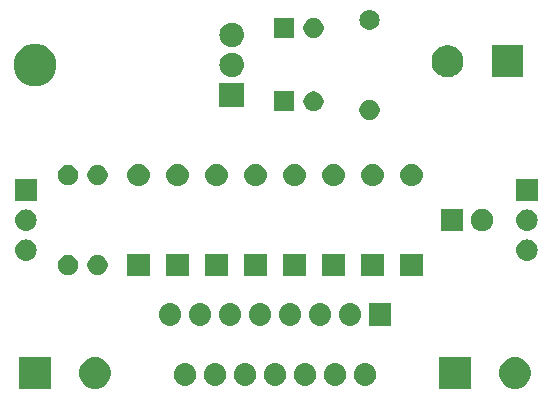
<source format=gbr>
G04 #@! TF.GenerationSoftware,KiCad,Pcbnew,(5.0.2)-1*
G04 #@! TF.CreationDate,2020-05-10T23:04:12+05:30*
G04 #@! TF.ProjectId,L298 Module,4c323938-204d-46f6-9475-6c652e6b6963,V1.0*
G04 #@! TF.SameCoordinates,Original*
G04 #@! TF.FileFunction,Soldermask,Bot*
G04 #@! TF.FilePolarity,Negative*
%FSLAX46Y46*%
G04 Gerber Fmt 4.6, Leading zero omitted, Abs format (unit mm)*
G04 Created by KiCad (PCBNEW (5.0.2)-1) date 05/10/20 23:04:12*
%MOMM*%
%LPD*%
G01*
G04 APERTURE LIST*
%ADD10C,0.100000*%
G04 APERTURE END LIST*
D10*
G36*
X166633567Y-108402959D02*
X166764072Y-108428918D01*
X167009939Y-108530759D01*
X167230464Y-108678110D01*
X167231215Y-108678612D01*
X167419388Y-108866785D01*
X167419390Y-108866788D01*
X167567241Y-109088061D01*
X167669082Y-109333928D01*
X167721000Y-109594938D01*
X167721000Y-109861062D01*
X167669082Y-110122072D01*
X167567241Y-110367939D01*
X167419890Y-110588464D01*
X167419388Y-110589215D01*
X167231215Y-110777388D01*
X167231212Y-110777390D01*
X167009939Y-110925241D01*
X166764072Y-111027082D01*
X166633567Y-111053041D01*
X166503063Y-111079000D01*
X166236937Y-111079000D01*
X166106433Y-111053041D01*
X165975928Y-111027082D01*
X165730061Y-110925241D01*
X165508788Y-110777390D01*
X165508785Y-110777388D01*
X165320612Y-110589215D01*
X165320110Y-110588464D01*
X165172759Y-110367939D01*
X165070918Y-110122072D01*
X165019000Y-109861062D01*
X165019000Y-109594938D01*
X165070918Y-109333928D01*
X165172759Y-109088061D01*
X165320610Y-108866788D01*
X165320612Y-108866785D01*
X165508785Y-108678612D01*
X165509536Y-108678110D01*
X165730061Y-108530759D01*
X165975928Y-108428918D01*
X166106433Y-108402959D01*
X166236937Y-108377000D01*
X166503063Y-108377000D01*
X166633567Y-108402959D01*
X166633567Y-108402959D01*
G37*
G36*
X162641000Y-111079000D02*
X159939000Y-111079000D01*
X159939000Y-108377000D01*
X162641000Y-108377000D01*
X162641000Y-111079000D01*
X162641000Y-111079000D01*
G37*
G36*
X131073567Y-108402959D02*
X131204072Y-108428918D01*
X131449939Y-108530759D01*
X131670464Y-108678110D01*
X131671215Y-108678612D01*
X131859388Y-108866785D01*
X131859390Y-108866788D01*
X132007241Y-109088061D01*
X132109082Y-109333928D01*
X132161000Y-109594938D01*
X132161000Y-109861062D01*
X132109082Y-110122072D01*
X132007241Y-110367939D01*
X131859890Y-110588464D01*
X131859388Y-110589215D01*
X131671215Y-110777388D01*
X131671212Y-110777390D01*
X131449939Y-110925241D01*
X131204072Y-111027082D01*
X131073567Y-111053041D01*
X130943063Y-111079000D01*
X130676937Y-111079000D01*
X130546433Y-111053041D01*
X130415928Y-111027082D01*
X130170061Y-110925241D01*
X129948788Y-110777390D01*
X129948785Y-110777388D01*
X129760612Y-110589215D01*
X129760110Y-110588464D01*
X129612759Y-110367939D01*
X129510918Y-110122072D01*
X129459000Y-109861062D01*
X129459000Y-109594938D01*
X129510918Y-109333928D01*
X129612759Y-109088061D01*
X129760610Y-108866788D01*
X129760612Y-108866785D01*
X129948785Y-108678612D01*
X129949536Y-108678110D01*
X130170061Y-108530759D01*
X130415928Y-108428918D01*
X130546433Y-108402959D01*
X130676937Y-108377000D01*
X130943063Y-108377000D01*
X131073567Y-108402959D01*
X131073567Y-108402959D01*
G37*
G36*
X127081000Y-111079000D02*
X124379000Y-111079000D01*
X124379000Y-108377000D01*
X127081000Y-108377000D01*
X127081000Y-111079000D01*
X127081000Y-111079000D01*
G37*
G36*
X146236425Y-108917760D02*
X146236428Y-108917761D01*
X146236429Y-108917761D01*
X146415693Y-108972140D01*
X146415695Y-108972141D01*
X146580905Y-109060448D01*
X146725712Y-109179288D01*
X146844552Y-109324095D01*
X146844553Y-109324097D01*
X146932860Y-109489307D01*
X146987239Y-109668571D01*
X146987240Y-109668575D01*
X147005601Y-109855000D01*
X146987240Y-110041425D01*
X146987239Y-110041428D01*
X146987239Y-110041429D01*
X146962777Y-110122071D01*
X146932859Y-110220695D01*
X146844552Y-110385905D01*
X146725712Y-110530712D01*
X146580905Y-110649552D01*
X146580903Y-110649553D01*
X146415693Y-110737860D01*
X146236429Y-110792239D01*
X146236428Y-110792239D01*
X146236425Y-110792240D01*
X146096718Y-110806000D01*
X146003282Y-110806000D01*
X145863575Y-110792240D01*
X145863572Y-110792239D01*
X145863571Y-110792239D01*
X145684307Y-110737860D01*
X145519097Y-110649553D01*
X145519095Y-110649552D01*
X145374288Y-110530712D01*
X145255448Y-110385905D01*
X145167141Y-110220695D01*
X145137224Y-110122071D01*
X145112761Y-110041429D01*
X145112761Y-110041428D01*
X145112760Y-110041425D01*
X145094399Y-109855000D01*
X145112760Y-109668575D01*
X145112761Y-109668571D01*
X145167140Y-109489307D01*
X145255447Y-109324097D01*
X145255448Y-109324095D01*
X145374288Y-109179288D01*
X145519095Y-109060448D01*
X145684305Y-108972141D01*
X145684307Y-108972140D01*
X145863571Y-108917761D01*
X145863572Y-108917761D01*
X145863575Y-108917760D01*
X146003282Y-108904000D01*
X146096718Y-108904000D01*
X146236425Y-108917760D01*
X146236425Y-108917760D01*
G37*
G36*
X153856425Y-108917760D02*
X153856428Y-108917761D01*
X153856429Y-108917761D01*
X154035693Y-108972140D01*
X154035695Y-108972141D01*
X154200905Y-109060448D01*
X154345712Y-109179288D01*
X154464552Y-109324095D01*
X154464553Y-109324097D01*
X154552860Y-109489307D01*
X154607239Y-109668571D01*
X154607240Y-109668575D01*
X154625601Y-109855000D01*
X154607240Y-110041425D01*
X154607239Y-110041428D01*
X154607239Y-110041429D01*
X154582777Y-110122071D01*
X154552859Y-110220695D01*
X154464552Y-110385905D01*
X154345712Y-110530712D01*
X154200905Y-110649552D01*
X154200903Y-110649553D01*
X154035693Y-110737860D01*
X153856429Y-110792239D01*
X153856428Y-110792239D01*
X153856425Y-110792240D01*
X153716718Y-110806000D01*
X153623282Y-110806000D01*
X153483575Y-110792240D01*
X153483572Y-110792239D01*
X153483571Y-110792239D01*
X153304307Y-110737860D01*
X153139097Y-110649553D01*
X153139095Y-110649552D01*
X152994288Y-110530712D01*
X152875448Y-110385905D01*
X152787141Y-110220695D01*
X152757224Y-110122071D01*
X152732761Y-110041429D01*
X152732761Y-110041428D01*
X152732760Y-110041425D01*
X152714399Y-109855000D01*
X152732760Y-109668575D01*
X152732761Y-109668571D01*
X152787140Y-109489307D01*
X152875447Y-109324097D01*
X152875448Y-109324095D01*
X152994288Y-109179288D01*
X153139095Y-109060448D01*
X153304305Y-108972141D01*
X153304307Y-108972140D01*
X153483571Y-108917761D01*
X153483572Y-108917761D01*
X153483575Y-108917760D01*
X153623282Y-108904000D01*
X153716718Y-108904000D01*
X153856425Y-108917760D01*
X153856425Y-108917760D01*
G37*
G36*
X151316425Y-108917760D02*
X151316428Y-108917761D01*
X151316429Y-108917761D01*
X151495693Y-108972140D01*
X151495695Y-108972141D01*
X151660905Y-109060448D01*
X151805712Y-109179288D01*
X151924552Y-109324095D01*
X151924553Y-109324097D01*
X152012860Y-109489307D01*
X152067239Y-109668571D01*
X152067240Y-109668575D01*
X152085601Y-109855000D01*
X152067240Y-110041425D01*
X152067239Y-110041428D01*
X152067239Y-110041429D01*
X152042777Y-110122071D01*
X152012859Y-110220695D01*
X151924552Y-110385905D01*
X151805712Y-110530712D01*
X151660905Y-110649552D01*
X151660903Y-110649553D01*
X151495693Y-110737860D01*
X151316429Y-110792239D01*
X151316428Y-110792239D01*
X151316425Y-110792240D01*
X151176718Y-110806000D01*
X151083282Y-110806000D01*
X150943575Y-110792240D01*
X150943572Y-110792239D01*
X150943571Y-110792239D01*
X150764307Y-110737860D01*
X150599097Y-110649553D01*
X150599095Y-110649552D01*
X150454288Y-110530712D01*
X150335448Y-110385905D01*
X150247141Y-110220695D01*
X150217224Y-110122071D01*
X150192761Y-110041429D01*
X150192761Y-110041428D01*
X150192760Y-110041425D01*
X150174399Y-109855000D01*
X150192760Y-109668575D01*
X150192761Y-109668571D01*
X150247140Y-109489307D01*
X150335447Y-109324097D01*
X150335448Y-109324095D01*
X150454288Y-109179288D01*
X150599095Y-109060448D01*
X150764305Y-108972141D01*
X150764307Y-108972140D01*
X150943571Y-108917761D01*
X150943572Y-108917761D01*
X150943575Y-108917760D01*
X151083282Y-108904000D01*
X151176718Y-108904000D01*
X151316425Y-108917760D01*
X151316425Y-108917760D01*
G37*
G36*
X148776425Y-108917760D02*
X148776428Y-108917761D01*
X148776429Y-108917761D01*
X148955693Y-108972140D01*
X148955695Y-108972141D01*
X149120905Y-109060448D01*
X149265712Y-109179288D01*
X149384552Y-109324095D01*
X149384553Y-109324097D01*
X149472860Y-109489307D01*
X149527239Y-109668571D01*
X149527240Y-109668575D01*
X149545601Y-109855000D01*
X149527240Y-110041425D01*
X149527239Y-110041428D01*
X149527239Y-110041429D01*
X149502777Y-110122071D01*
X149472859Y-110220695D01*
X149384552Y-110385905D01*
X149265712Y-110530712D01*
X149120905Y-110649552D01*
X149120903Y-110649553D01*
X148955693Y-110737860D01*
X148776429Y-110792239D01*
X148776428Y-110792239D01*
X148776425Y-110792240D01*
X148636718Y-110806000D01*
X148543282Y-110806000D01*
X148403575Y-110792240D01*
X148403572Y-110792239D01*
X148403571Y-110792239D01*
X148224307Y-110737860D01*
X148059097Y-110649553D01*
X148059095Y-110649552D01*
X147914288Y-110530712D01*
X147795448Y-110385905D01*
X147707141Y-110220695D01*
X147677224Y-110122071D01*
X147652761Y-110041429D01*
X147652761Y-110041428D01*
X147652760Y-110041425D01*
X147634399Y-109855000D01*
X147652760Y-109668575D01*
X147652761Y-109668571D01*
X147707140Y-109489307D01*
X147795447Y-109324097D01*
X147795448Y-109324095D01*
X147914288Y-109179288D01*
X148059095Y-109060448D01*
X148224305Y-108972141D01*
X148224307Y-108972140D01*
X148403571Y-108917761D01*
X148403572Y-108917761D01*
X148403575Y-108917760D01*
X148543282Y-108904000D01*
X148636718Y-108904000D01*
X148776425Y-108917760D01*
X148776425Y-108917760D01*
G37*
G36*
X143696425Y-108917760D02*
X143696428Y-108917761D01*
X143696429Y-108917761D01*
X143875693Y-108972140D01*
X143875695Y-108972141D01*
X144040905Y-109060448D01*
X144185712Y-109179288D01*
X144304552Y-109324095D01*
X144304553Y-109324097D01*
X144392860Y-109489307D01*
X144447239Y-109668571D01*
X144447240Y-109668575D01*
X144465601Y-109855000D01*
X144447240Y-110041425D01*
X144447239Y-110041428D01*
X144447239Y-110041429D01*
X144422777Y-110122071D01*
X144392859Y-110220695D01*
X144304552Y-110385905D01*
X144185712Y-110530712D01*
X144040905Y-110649552D01*
X144040903Y-110649553D01*
X143875693Y-110737860D01*
X143696429Y-110792239D01*
X143696428Y-110792239D01*
X143696425Y-110792240D01*
X143556718Y-110806000D01*
X143463282Y-110806000D01*
X143323575Y-110792240D01*
X143323572Y-110792239D01*
X143323571Y-110792239D01*
X143144307Y-110737860D01*
X142979097Y-110649553D01*
X142979095Y-110649552D01*
X142834288Y-110530712D01*
X142715448Y-110385905D01*
X142627141Y-110220695D01*
X142597224Y-110122071D01*
X142572761Y-110041429D01*
X142572761Y-110041428D01*
X142572760Y-110041425D01*
X142554399Y-109855000D01*
X142572760Y-109668575D01*
X142572761Y-109668571D01*
X142627140Y-109489307D01*
X142715447Y-109324097D01*
X142715448Y-109324095D01*
X142834288Y-109179288D01*
X142979095Y-109060448D01*
X143144305Y-108972141D01*
X143144307Y-108972140D01*
X143323571Y-108917761D01*
X143323572Y-108917761D01*
X143323575Y-108917760D01*
X143463282Y-108904000D01*
X143556718Y-108904000D01*
X143696425Y-108917760D01*
X143696425Y-108917760D01*
G37*
G36*
X141156425Y-108917760D02*
X141156428Y-108917761D01*
X141156429Y-108917761D01*
X141335693Y-108972140D01*
X141335695Y-108972141D01*
X141500905Y-109060448D01*
X141645712Y-109179288D01*
X141764552Y-109324095D01*
X141764553Y-109324097D01*
X141852860Y-109489307D01*
X141907239Y-109668571D01*
X141907240Y-109668575D01*
X141925601Y-109855000D01*
X141907240Y-110041425D01*
X141907239Y-110041428D01*
X141907239Y-110041429D01*
X141882777Y-110122071D01*
X141852859Y-110220695D01*
X141764552Y-110385905D01*
X141645712Y-110530712D01*
X141500905Y-110649552D01*
X141500903Y-110649553D01*
X141335693Y-110737860D01*
X141156429Y-110792239D01*
X141156428Y-110792239D01*
X141156425Y-110792240D01*
X141016718Y-110806000D01*
X140923282Y-110806000D01*
X140783575Y-110792240D01*
X140783572Y-110792239D01*
X140783571Y-110792239D01*
X140604307Y-110737860D01*
X140439097Y-110649553D01*
X140439095Y-110649552D01*
X140294288Y-110530712D01*
X140175448Y-110385905D01*
X140087141Y-110220695D01*
X140057224Y-110122071D01*
X140032761Y-110041429D01*
X140032761Y-110041428D01*
X140032760Y-110041425D01*
X140014399Y-109855000D01*
X140032760Y-109668575D01*
X140032761Y-109668571D01*
X140087140Y-109489307D01*
X140175447Y-109324097D01*
X140175448Y-109324095D01*
X140294288Y-109179288D01*
X140439095Y-109060448D01*
X140604305Y-108972141D01*
X140604307Y-108972140D01*
X140783571Y-108917761D01*
X140783572Y-108917761D01*
X140783575Y-108917760D01*
X140923282Y-108904000D01*
X141016718Y-108904000D01*
X141156425Y-108917760D01*
X141156425Y-108917760D01*
G37*
G36*
X138616425Y-108917760D02*
X138616428Y-108917761D01*
X138616429Y-108917761D01*
X138795693Y-108972140D01*
X138795695Y-108972141D01*
X138960905Y-109060448D01*
X139105712Y-109179288D01*
X139224552Y-109324095D01*
X139224553Y-109324097D01*
X139312860Y-109489307D01*
X139367239Y-109668571D01*
X139367240Y-109668575D01*
X139385601Y-109855000D01*
X139367240Y-110041425D01*
X139367239Y-110041428D01*
X139367239Y-110041429D01*
X139342777Y-110122071D01*
X139312859Y-110220695D01*
X139224552Y-110385905D01*
X139105712Y-110530712D01*
X138960905Y-110649552D01*
X138960903Y-110649553D01*
X138795693Y-110737860D01*
X138616429Y-110792239D01*
X138616428Y-110792239D01*
X138616425Y-110792240D01*
X138476718Y-110806000D01*
X138383282Y-110806000D01*
X138243575Y-110792240D01*
X138243572Y-110792239D01*
X138243571Y-110792239D01*
X138064307Y-110737860D01*
X137899097Y-110649553D01*
X137899095Y-110649552D01*
X137754288Y-110530712D01*
X137635448Y-110385905D01*
X137547141Y-110220695D01*
X137517224Y-110122071D01*
X137492761Y-110041429D01*
X137492761Y-110041428D01*
X137492760Y-110041425D01*
X137474399Y-109855000D01*
X137492760Y-109668575D01*
X137492761Y-109668571D01*
X137547140Y-109489307D01*
X137635447Y-109324097D01*
X137635448Y-109324095D01*
X137754288Y-109179288D01*
X137899095Y-109060448D01*
X138064305Y-108972141D01*
X138064307Y-108972140D01*
X138243571Y-108917761D01*
X138243572Y-108917761D01*
X138243575Y-108917760D01*
X138383282Y-108904000D01*
X138476718Y-108904000D01*
X138616425Y-108917760D01*
X138616425Y-108917760D01*
G37*
G36*
X152586425Y-103837760D02*
X152586428Y-103837761D01*
X152586429Y-103837761D01*
X152765693Y-103892140D01*
X152765695Y-103892141D01*
X152930905Y-103980448D01*
X153075712Y-104099288D01*
X153194552Y-104244095D01*
X153282859Y-104409305D01*
X153337240Y-104588575D01*
X153355601Y-104775000D01*
X153337240Y-104961425D01*
X153282859Y-105140695D01*
X153194552Y-105305905D01*
X153075712Y-105450712D01*
X152930905Y-105569552D01*
X152930903Y-105569553D01*
X152765693Y-105657860D01*
X152586429Y-105712239D01*
X152586428Y-105712239D01*
X152586425Y-105712240D01*
X152446718Y-105726000D01*
X152353282Y-105726000D01*
X152213575Y-105712240D01*
X152213572Y-105712239D01*
X152213571Y-105712239D01*
X152034307Y-105657860D01*
X151869097Y-105569553D01*
X151869095Y-105569552D01*
X151724288Y-105450712D01*
X151605448Y-105305905D01*
X151517141Y-105140695D01*
X151462760Y-104961425D01*
X151444399Y-104775000D01*
X151462760Y-104588575D01*
X151517141Y-104409305D01*
X151605448Y-104244095D01*
X151724288Y-104099288D01*
X151869095Y-103980448D01*
X152034305Y-103892141D01*
X152034307Y-103892140D01*
X152213571Y-103837761D01*
X152213572Y-103837761D01*
X152213575Y-103837760D01*
X152353282Y-103824000D01*
X152446718Y-103824000D01*
X152586425Y-103837760D01*
X152586425Y-103837760D01*
G37*
G36*
X137346425Y-103837760D02*
X137346428Y-103837761D01*
X137346429Y-103837761D01*
X137525693Y-103892140D01*
X137525695Y-103892141D01*
X137690905Y-103980448D01*
X137835712Y-104099288D01*
X137954552Y-104244095D01*
X138042859Y-104409305D01*
X138097240Y-104588575D01*
X138115601Y-104775000D01*
X138097240Y-104961425D01*
X138042859Y-105140695D01*
X137954552Y-105305905D01*
X137835712Y-105450712D01*
X137690905Y-105569552D01*
X137690903Y-105569553D01*
X137525693Y-105657860D01*
X137346429Y-105712239D01*
X137346428Y-105712239D01*
X137346425Y-105712240D01*
X137206718Y-105726000D01*
X137113282Y-105726000D01*
X136973575Y-105712240D01*
X136973572Y-105712239D01*
X136973571Y-105712239D01*
X136794307Y-105657860D01*
X136629097Y-105569553D01*
X136629095Y-105569552D01*
X136484288Y-105450712D01*
X136365448Y-105305905D01*
X136277141Y-105140695D01*
X136222760Y-104961425D01*
X136204399Y-104775000D01*
X136222760Y-104588575D01*
X136277141Y-104409305D01*
X136365448Y-104244095D01*
X136484288Y-104099288D01*
X136629095Y-103980448D01*
X136794305Y-103892141D01*
X136794307Y-103892140D01*
X136973571Y-103837761D01*
X136973572Y-103837761D01*
X136973575Y-103837760D01*
X137113282Y-103824000D01*
X137206718Y-103824000D01*
X137346425Y-103837760D01*
X137346425Y-103837760D01*
G37*
G36*
X155891000Y-105726000D02*
X153989000Y-105726000D01*
X153989000Y-103824000D01*
X155891000Y-103824000D01*
X155891000Y-105726000D01*
X155891000Y-105726000D01*
G37*
G36*
X150046425Y-103837760D02*
X150046428Y-103837761D01*
X150046429Y-103837761D01*
X150225693Y-103892140D01*
X150225695Y-103892141D01*
X150390905Y-103980448D01*
X150535712Y-104099288D01*
X150654552Y-104244095D01*
X150742859Y-104409305D01*
X150797240Y-104588575D01*
X150815601Y-104775000D01*
X150797240Y-104961425D01*
X150742859Y-105140695D01*
X150654552Y-105305905D01*
X150535712Y-105450712D01*
X150390905Y-105569552D01*
X150390903Y-105569553D01*
X150225693Y-105657860D01*
X150046429Y-105712239D01*
X150046428Y-105712239D01*
X150046425Y-105712240D01*
X149906718Y-105726000D01*
X149813282Y-105726000D01*
X149673575Y-105712240D01*
X149673572Y-105712239D01*
X149673571Y-105712239D01*
X149494307Y-105657860D01*
X149329097Y-105569553D01*
X149329095Y-105569552D01*
X149184288Y-105450712D01*
X149065448Y-105305905D01*
X148977141Y-105140695D01*
X148922760Y-104961425D01*
X148904399Y-104775000D01*
X148922760Y-104588575D01*
X148977141Y-104409305D01*
X149065448Y-104244095D01*
X149184288Y-104099288D01*
X149329095Y-103980448D01*
X149494305Y-103892141D01*
X149494307Y-103892140D01*
X149673571Y-103837761D01*
X149673572Y-103837761D01*
X149673575Y-103837760D01*
X149813282Y-103824000D01*
X149906718Y-103824000D01*
X150046425Y-103837760D01*
X150046425Y-103837760D01*
G37*
G36*
X147506425Y-103837760D02*
X147506428Y-103837761D01*
X147506429Y-103837761D01*
X147685693Y-103892140D01*
X147685695Y-103892141D01*
X147850905Y-103980448D01*
X147995712Y-104099288D01*
X148114552Y-104244095D01*
X148202859Y-104409305D01*
X148257240Y-104588575D01*
X148275601Y-104775000D01*
X148257240Y-104961425D01*
X148202859Y-105140695D01*
X148114552Y-105305905D01*
X147995712Y-105450712D01*
X147850905Y-105569552D01*
X147850903Y-105569553D01*
X147685693Y-105657860D01*
X147506429Y-105712239D01*
X147506428Y-105712239D01*
X147506425Y-105712240D01*
X147366718Y-105726000D01*
X147273282Y-105726000D01*
X147133575Y-105712240D01*
X147133572Y-105712239D01*
X147133571Y-105712239D01*
X146954307Y-105657860D01*
X146789097Y-105569553D01*
X146789095Y-105569552D01*
X146644288Y-105450712D01*
X146525448Y-105305905D01*
X146437141Y-105140695D01*
X146382760Y-104961425D01*
X146364399Y-104775000D01*
X146382760Y-104588575D01*
X146437141Y-104409305D01*
X146525448Y-104244095D01*
X146644288Y-104099288D01*
X146789095Y-103980448D01*
X146954305Y-103892141D01*
X146954307Y-103892140D01*
X147133571Y-103837761D01*
X147133572Y-103837761D01*
X147133575Y-103837760D01*
X147273282Y-103824000D01*
X147366718Y-103824000D01*
X147506425Y-103837760D01*
X147506425Y-103837760D01*
G37*
G36*
X139886425Y-103837760D02*
X139886428Y-103837761D01*
X139886429Y-103837761D01*
X140065693Y-103892140D01*
X140065695Y-103892141D01*
X140230905Y-103980448D01*
X140375712Y-104099288D01*
X140494552Y-104244095D01*
X140582859Y-104409305D01*
X140637240Y-104588575D01*
X140655601Y-104775000D01*
X140637240Y-104961425D01*
X140582859Y-105140695D01*
X140494552Y-105305905D01*
X140375712Y-105450712D01*
X140230905Y-105569552D01*
X140230903Y-105569553D01*
X140065693Y-105657860D01*
X139886429Y-105712239D01*
X139886428Y-105712239D01*
X139886425Y-105712240D01*
X139746718Y-105726000D01*
X139653282Y-105726000D01*
X139513575Y-105712240D01*
X139513572Y-105712239D01*
X139513571Y-105712239D01*
X139334307Y-105657860D01*
X139169097Y-105569553D01*
X139169095Y-105569552D01*
X139024288Y-105450712D01*
X138905448Y-105305905D01*
X138817141Y-105140695D01*
X138762760Y-104961425D01*
X138744399Y-104775000D01*
X138762760Y-104588575D01*
X138817141Y-104409305D01*
X138905448Y-104244095D01*
X139024288Y-104099288D01*
X139169095Y-103980448D01*
X139334305Y-103892141D01*
X139334307Y-103892140D01*
X139513571Y-103837761D01*
X139513572Y-103837761D01*
X139513575Y-103837760D01*
X139653282Y-103824000D01*
X139746718Y-103824000D01*
X139886425Y-103837760D01*
X139886425Y-103837760D01*
G37*
G36*
X144966425Y-103837760D02*
X144966428Y-103837761D01*
X144966429Y-103837761D01*
X145145693Y-103892140D01*
X145145695Y-103892141D01*
X145310905Y-103980448D01*
X145455712Y-104099288D01*
X145574552Y-104244095D01*
X145662859Y-104409305D01*
X145717240Y-104588575D01*
X145735601Y-104775000D01*
X145717240Y-104961425D01*
X145662859Y-105140695D01*
X145574552Y-105305905D01*
X145455712Y-105450712D01*
X145310905Y-105569552D01*
X145310903Y-105569553D01*
X145145693Y-105657860D01*
X144966429Y-105712239D01*
X144966428Y-105712239D01*
X144966425Y-105712240D01*
X144826718Y-105726000D01*
X144733282Y-105726000D01*
X144593575Y-105712240D01*
X144593572Y-105712239D01*
X144593571Y-105712239D01*
X144414307Y-105657860D01*
X144249097Y-105569553D01*
X144249095Y-105569552D01*
X144104288Y-105450712D01*
X143985448Y-105305905D01*
X143897141Y-105140695D01*
X143842760Y-104961425D01*
X143824399Y-104775000D01*
X143842760Y-104588575D01*
X143897141Y-104409305D01*
X143985448Y-104244095D01*
X144104288Y-104099288D01*
X144249095Y-103980448D01*
X144414305Y-103892141D01*
X144414307Y-103892140D01*
X144593571Y-103837761D01*
X144593572Y-103837761D01*
X144593575Y-103837760D01*
X144733282Y-103824000D01*
X144826718Y-103824000D01*
X144966425Y-103837760D01*
X144966425Y-103837760D01*
G37*
G36*
X142426425Y-103837760D02*
X142426428Y-103837761D01*
X142426429Y-103837761D01*
X142605693Y-103892140D01*
X142605695Y-103892141D01*
X142770905Y-103980448D01*
X142915712Y-104099288D01*
X143034552Y-104244095D01*
X143122859Y-104409305D01*
X143177240Y-104588575D01*
X143195601Y-104775000D01*
X143177240Y-104961425D01*
X143122859Y-105140695D01*
X143034552Y-105305905D01*
X142915712Y-105450712D01*
X142770905Y-105569552D01*
X142770903Y-105569553D01*
X142605693Y-105657860D01*
X142426429Y-105712239D01*
X142426428Y-105712239D01*
X142426425Y-105712240D01*
X142286718Y-105726000D01*
X142193282Y-105726000D01*
X142053575Y-105712240D01*
X142053572Y-105712239D01*
X142053571Y-105712239D01*
X141874307Y-105657860D01*
X141709097Y-105569553D01*
X141709095Y-105569552D01*
X141564288Y-105450712D01*
X141445448Y-105305905D01*
X141357141Y-105140695D01*
X141302760Y-104961425D01*
X141284399Y-104775000D01*
X141302760Y-104588575D01*
X141357141Y-104409305D01*
X141445448Y-104244095D01*
X141564288Y-104099288D01*
X141709095Y-103980448D01*
X141874305Y-103892141D01*
X141874307Y-103892140D01*
X142053571Y-103837761D01*
X142053572Y-103837761D01*
X142053575Y-103837760D01*
X142193282Y-103824000D01*
X142286718Y-103824000D01*
X142426425Y-103837760D01*
X142426425Y-103837760D01*
G37*
G36*
X138746000Y-101535000D02*
X136844000Y-101535000D01*
X136844000Y-99633000D01*
X138746000Y-99633000D01*
X138746000Y-101535000D01*
X138746000Y-101535000D01*
G37*
G36*
X148652000Y-101535000D02*
X146750000Y-101535000D01*
X146750000Y-99633000D01*
X148652000Y-99633000D01*
X148652000Y-101535000D01*
X148652000Y-101535000D01*
G37*
G36*
X142048000Y-101535000D02*
X140146000Y-101535000D01*
X140146000Y-99633000D01*
X142048000Y-99633000D01*
X142048000Y-101535000D01*
X142048000Y-101535000D01*
G37*
G36*
X158558000Y-101535000D02*
X156656000Y-101535000D01*
X156656000Y-99633000D01*
X158558000Y-99633000D01*
X158558000Y-101535000D01*
X158558000Y-101535000D01*
G37*
G36*
X145350000Y-101535000D02*
X143448000Y-101535000D01*
X143448000Y-99633000D01*
X145350000Y-99633000D01*
X145350000Y-101535000D01*
X145350000Y-101535000D01*
G37*
G36*
X155256000Y-101535000D02*
X153354000Y-101535000D01*
X153354000Y-99633000D01*
X155256000Y-99633000D01*
X155256000Y-101535000D01*
X155256000Y-101535000D01*
G37*
G36*
X151954000Y-101535000D02*
X150052000Y-101535000D01*
X150052000Y-99633000D01*
X151954000Y-99633000D01*
X151954000Y-101535000D01*
X151954000Y-101535000D01*
G37*
G36*
X135444000Y-101535000D02*
X133542000Y-101535000D01*
X133542000Y-99633000D01*
X135444000Y-99633000D01*
X135444000Y-101535000D01*
X135444000Y-101535000D01*
G37*
G36*
X131272228Y-99765703D02*
X131427100Y-99829853D01*
X131566481Y-99922985D01*
X131685015Y-100041519D01*
X131778147Y-100180900D01*
X131842297Y-100335772D01*
X131875000Y-100500184D01*
X131875000Y-100667816D01*
X131842297Y-100832228D01*
X131778147Y-100987100D01*
X131685015Y-101126481D01*
X131566481Y-101245015D01*
X131427100Y-101338147D01*
X131272228Y-101402297D01*
X131107816Y-101435000D01*
X130940184Y-101435000D01*
X130775772Y-101402297D01*
X130620900Y-101338147D01*
X130481519Y-101245015D01*
X130362985Y-101126481D01*
X130269853Y-100987100D01*
X130205703Y-100832228D01*
X130173000Y-100667816D01*
X130173000Y-100500184D01*
X130205703Y-100335772D01*
X130269853Y-100180900D01*
X130362985Y-100041519D01*
X130481519Y-99922985D01*
X130620900Y-99829853D01*
X130775772Y-99765703D01*
X130940184Y-99733000D01*
X131107816Y-99733000D01*
X131272228Y-99765703D01*
X131272228Y-99765703D01*
G37*
G36*
X128772228Y-99765703D02*
X128927100Y-99829853D01*
X129066481Y-99922985D01*
X129185015Y-100041519D01*
X129278147Y-100180900D01*
X129342297Y-100335772D01*
X129375000Y-100500184D01*
X129375000Y-100667816D01*
X129342297Y-100832228D01*
X129278147Y-100987100D01*
X129185015Y-101126481D01*
X129066481Y-101245015D01*
X128927100Y-101338147D01*
X128772228Y-101402297D01*
X128607816Y-101435000D01*
X128440184Y-101435000D01*
X128275772Y-101402297D01*
X128120900Y-101338147D01*
X127981519Y-101245015D01*
X127862985Y-101126481D01*
X127769853Y-100987100D01*
X127705703Y-100832228D01*
X127673000Y-100667816D01*
X127673000Y-100500184D01*
X127705703Y-100335772D01*
X127769853Y-100180900D01*
X127862985Y-100041519D01*
X127981519Y-99922985D01*
X128120900Y-99829853D01*
X128275772Y-99765703D01*
X128440184Y-99733000D01*
X128607816Y-99733000D01*
X128772228Y-99765703D01*
X128772228Y-99765703D01*
G37*
G36*
X167496442Y-98434518D02*
X167562627Y-98441037D01*
X167675853Y-98475384D01*
X167732467Y-98492557D01*
X167871087Y-98566652D01*
X167888991Y-98576222D01*
X167924729Y-98605552D01*
X168026186Y-98688814D01*
X168109448Y-98790271D01*
X168138778Y-98826009D01*
X168138779Y-98826011D01*
X168222443Y-98982533D01*
X168222443Y-98982534D01*
X168273963Y-99152373D01*
X168291359Y-99329000D01*
X168273963Y-99505627D01*
X168239616Y-99618853D01*
X168222443Y-99675467D01*
X168148348Y-99814087D01*
X168138778Y-99831991D01*
X168109448Y-99867729D01*
X168026186Y-99969186D01*
X167924729Y-100052448D01*
X167888991Y-100081778D01*
X167888989Y-100081779D01*
X167732467Y-100165443D01*
X167681511Y-100180900D01*
X167562627Y-100216963D01*
X167496443Y-100223481D01*
X167430260Y-100230000D01*
X167341740Y-100230000D01*
X167275557Y-100223481D01*
X167209373Y-100216963D01*
X167090489Y-100180900D01*
X167039533Y-100165443D01*
X166883011Y-100081779D01*
X166883009Y-100081778D01*
X166847271Y-100052448D01*
X166745814Y-99969186D01*
X166662552Y-99867729D01*
X166633222Y-99831991D01*
X166623652Y-99814087D01*
X166549557Y-99675467D01*
X166532384Y-99618853D01*
X166498037Y-99505627D01*
X166480641Y-99329000D01*
X166498037Y-99152373D01*
X166549557Y-98982534D01*
X166549557Y-98982533D01*
X166633221Y-98826011D01*
X166633222Y-98826009D01*
X166662552Y-98790271D01*
X166745814Y-98688814D01*
X166847271Y-98605552D01*
X166883009Y-98576222D01*
X166900913Y-98566652D01*
X167039533Y-98492557D01*
X167096147Y-98475384D01*
X167209373Y-98441037D01*
X167275557Y-98434519D01*
X167341740Y-98428000D01*
X167430260Y-98428000D01*
X167496442Y-98434518D01*
X167496442Y-98434518D01*
G37*
G36*
X125078442Y-98434518D02*
X125144627Y-98441037D01*
X125257853Y-98475384D01*
X125314467Y-98492557D01*
X125453087Y-98566652D01*
X125470991Y-98576222D01*
X125506729Y-98605552D01*
X125608186Y-98688814D01*
X125691448Y-98790271D01*
X125720778Y-98826009D01*
X125720779Y-98826011D01*
X125804443Y-98982533D01*
X125804443Y-98982534D01*
X125855963Y-99152373D01*
X125873359Y-99329000D01*
X125855963Y-99505627D01*
X125821616Y-99618853D01*
X125804443Y-99675467D01*
X125730348Y-99814087D01*
X125720778Y-99831991D01*
X125691448Y-99867729D01*
X125608186Y-99969186D01*
X125506729Y-100052448D01*
X125470991Y-100081778D01*
X125470989Y-100081779D01*
X125314467Y-100165443D01*
X125263511Y-100180900D01*
X125144627Y-100216963D01*
X125078443Y-100223481D01*
X125012260Y-100230000D01*
X124923740Y-100230000D01*
X124857557Y-100223481D01*
X124791373Y-100216963D01*
X124672489Y-100180900D01*
X124621533Y-100165443D01*
X124465011Y-100081779D01*
X124465009Y-100081778D01*
X124429271Y-100052448D01*
X124327814Y-99969186D01*
X124244552Y-99867729D01*
X124215222Y-99831991D01*
X124205652Y-99814087D01*
X124131557Y-99675467D01*
X124114384Y-99618853D01*
X124080037Y-99505627D01*
X124062641Y-99329000D01*
X124080037Y-99152373D01*
X124131557Y-98982534D01*
X124131557Y-98982533D01*
X124215221Y-98826011D01*
X124215222Y-98826009D01*
X124244552Y-98790271D01*
X124327814Y-98688814D01*
X124429271Y-98605552D01*
X124465009Y-98576222D01*
X124482913Y-98566652D01*
X124621533Y-98492557D01*
X124678147Y-98475384D01*
X124791373Y-98441037D01*
X124857557Y-98434519D01*
X124923740Y-98428000D01*
X125012260Y-98428000D01*
X125078442Y-98434518D01*
X125078442Y-98434518D01*
G37*
G36*
X163853396Y-95859546D02*
X164026466Y-95931234D01*
X164182230Y-96035312D01*
X164314688Y-96167770D01*
X164418766Y-96323534D01*
X164490454Y-96496604D01*
X164527000Y-96680333D01*
X164527000Y-96867667D01*
X164490454Y-97051396D01*
X164418766Y-97224466D01*
X164314688Y-97380230D01*
X164182230Y-97512688D01*
X164026466Y-97616766D01*
X163853396Y-97688454D01*
X163669667Y-97725000D01*
X163482333Y-97725000D01*
X163298604Y-97688454D01*
X163125534Y-97616766D01*
X162969770Y-97512688D01*
X162837312Y-97380230D01*
X162733234Y-97224466D01*
X162661546Y-97051396D01*
X162625000Y-96867667D01*
X162625000Y-96680333D01*
X162661546Y-96496604D01*
X162733234Y-96323534D01*
X162837312Y-96167770D01*
X162969770Y-96035312D01*
X163125534Y-95931234D01*
X163298604Y-95859546D01*
X163482333Y-95823000D01*
X163669667Y-95823000D01*
X163853396Y-95859546D01*
X163853396Y-95859546D01*
G37*
G36*
X161987000Y-97725000D02*
X160085000Y-97725000D01*
X160085000Y-95823000D01*
X161987000Y-95823000D01*
X161987000Y-97725000D01*
X161987000Y-97725000D01*
G37*
G36*
X167496443Y-95894519D02*
X167562627Y-95901037D01*
X167675853Y-95935384D01*
X167732467Y-95952557D01*
X167871087Y-96026652D01*
X167888991Y-96036222D01*
X167924729Y-96065552D01*
X168026186Y-96148814D01*
X168109448Y-96250271D01*
X168138778Y-96286009D01*
X168138779Y-96286011D01*
X168222443Y-96442533D01*
X168222443Y-96442534D01*
X168273963Y-96612373D01*
X168291359Y-96789000D01*
X168273963Y-96965627D01*
X168247945Y-97051396D01*
X168222443Y-97135467D01*
X168174871Y-97224466D01*
X168138778Y-97291991D01*
X168109448Y-97327729D01*
X168026186Y-97429186D01*
X167924729Y-97512448D01*
X167888991Y-97541778D01*
X167888989Y-97541779D01*
X167732467Y-97625443D01*
X167675853Y-97642616D01*
X167562627Y-97676963D01*
X167496442Y-97683482D01*
X167430260Y-97690000D01*
X167341740Y-97690000D01*
X167275558Y-97683482D01*
X167209373Y-97676963D01*
X167096147Y-97642616D01*
X167039533Y-97625443D01*
X166883011Y-97541779D01*
X166883009Y-97541778D01*
X166847271Y-97512448D01*
X166745814Y-97429186D01*
X166662552Y-97327729D01*
X166633222Y-97291991D01*
X166597129Y-97224466D01*
X166549557Y-97135467D01*
X166524055Y-97051396D01*
X166498037Y-96965627D01*
X166480641Y-96789000D01*
X166498037Y-96612373D01*
X166549557Y-96442534D01*
X166549557Y-96442533D01*
X166633221Y-96286011D01*
X166633222Y-96286009D01*
X166662552Y-96250271D01*
X166745814Y-96148814D01*
X166847271Y-96065552D01*
X166883009Y-96036222D01*
X166900913Y-96026652D01*
X167039533Y-95952557D01*
X167096147Y-95935384D01*
X167209373Y-95901037D01*
X167275558Y-95894518D01*
X167341740Y-95888000D01*
X167430260Y-95888000D01*
X167496443Y-95894519D01*
X167496443Y-95894519D01*
G37*
G36*
X125078443Y-95894519D02*
X125144627Y-95901037D01*
X125257853Y-95935384D01*
X125314467Y-95952557D01*
X125453087Y-96026652D01*
X125470991Y-96036222D01*
X125506729Y-96065552D01*
X125608186Y-96148814D01*
X125691448Y-96250271D01*
X125720778Y-96286009D01*
X125720779Y-96286011D01*
X125804443Y-96442533D01*
X125804443Y-96442534D01*
X125855963Y-96612373D01*
X125873359Y-96789000D01*
X125855963Y-96965627D01*
X125829945Y-97051396D01*
X125804443Y-97135467D01*
X125756871Y-97224466D01*
X125720778Y-97291991D01*
X125691448Y-97327729D01*
X125608186Y-97429186D01*
X125506729Y-97512448D01*
X125470991Y-97541778D01*
X125470989Y-97541779D01*
X125314467Y-97625443D01*
X125257853Y-97642616D01*
X125144627Y-97676963D01*
X125078442Y-97683482D01*
X125012260Y-97690000D01*
X124923740Y-97690000D01*
X124857558Y-97683482D01*
X124791373Y-97676963D01*
X124678147Y-97642616D01*
X124621533Y-97625443D01*
X124465011Y-97541779D01*
X124465009Y-97541778D01*
X124429271Y-97512448D01*
X124327814Y-97429186D01*
X124244552Y-97327729D01*
X124215222Y-97291991D01*
X124179129Y-97224466D01*
X124131557Y-97135467D01*
X124106055Y-97051396D01*
X124080037Y-96965627D01*
X124062641Y-96789000D01*
X124080037Y-96612373D01*
X124131557Y-96442534D01*
X124131557Y-96442533D01*
X124215221Y-96286011D01*
X124215222Y-96286009D01*
X124244552Y-96250271D01*
X124327814Y-96148814D01*
X124429271Y-96065552D01*
X124465009Y-96036222D01*
X124482913Y-96026652D01*
X124621533Y-95952557D01*
X124678147Y-95935384D01*
X124791373Y-95901037D01*
X124857558Y-95894518D01*
X124923740Y-95888000D01*
X125012260Y-95888000D01*
X125078443Y-95894519D01*
X125078443Y-95894519D01*
G37*
G36*
X168287000Y-95150000D02*
X166485000Y-95150000D01*
X166485000Y-93348000D01*
X168287000Y-93348000D01*
X168287000Y-95150000D01*
X168287000Y-95150000D01*
G37*
G36*
X125869000Y-95150000D02*
X124067000Y-95150000D01*
X124067000Y-93348000D01*
X125869000Y-93348000D01*
X125869000Y-95150000D01*
X125869000Y-95150000D01*
G37*
G36*
X157793425Y-92026760D02*
X157793428Y-92026761D01*
X157793429Y-92026761D01*
X157972693Y-92081140D01*
X157972695Y-92081141D01*
X158137905Y-92169448D01*
X158282712Y-92288288D01*
X158401552Y-92433095D01*
X158489859Y-92598305D01*
X158489860Y-92598307D01*
X158544239Y-92777571D01*
X158544240Y-92777575D01*
X158562601Y-92964000D01*
X158544240Y-93150425D01*
X158544239Y-93150428D01*
X158544239Y-93150429D01*
X158525493Y-93212228D01*
X158489859Y-93329695D01*
X158401552Y-93494905D01*
X158282712Y-93639712D01*
X158137905Y-93758552D01*
X158137903Y-93758553D01*
X157972693Y-93846860D01*
X157793429Y-93901239D01*
X157793428Y-93901239D01*
X157793425Y-93901240D01*
X157653718Y-93915000D01*
X157560282Y-93915000D01*
X157420575Y-93901240D01*
X157420572Y-93901239D01*
X157420571Y-93901239D01*
X157241307Y-93846860D01*
X157076097Y-93758553D01*
X157076095Y-93758552D01*
X156931288Y-93639712D01*
X156812448Y-93494905D01*
X156724141Y-93329695D01*
X156688508Y-93212228D01*
X156669761Y-93150429D01*
X156669761Y-93150428D01*
X156669760Y-93150425D01*
X156651399Y-92964000D01*
X156669760Y-92777575D01*
X156669761Y-92777571D01*
X156724140Y-92598307D01*
X156724141Y-92598305D01*
X156812448Y-92433095D01*
X156931288Y-92288288D01*
X157076095Y-92169448D01*
X157241305Y-92081141D01*
X157241307Y-92081140D01*
X157420571Y-92026761D01*
X157420572Y-92026761D01*
X157420575Y-92026760D01*
X157560282Y-92013000D01*
X157653718Y-92013000D01*
X157793425Y-92026760D01*
X157793425Y-92026760D01*
G37*
G36*
X154491425Y-92026760D02*
X154491428Y-92026761D01*
X154491429Y-92026761D01*
X154670693Y-92081140D01*
X154670695Y-92081141D01*
X154835905Y-92169448D01*
X154980712Y-92288288D01*
X155099552Y-92433095D01*
X155187859Y-92598305D01*
X155187860Y-92598307D01*
X155242239Y-92777571D01*
X155242240Y-92777575D01*
X155260601Y-92964000D01*
X155242240Y-93150425D01*
X155242239Y-93150428D01*
X155242239Y-93150429D01*
X155223493Y-93212228D01*
X155187859Y-93329695D01*
X155099552Y-93494905D01*
X154980712Y-93639712D01*
X154835905Y-93758552D01*
X154835903Y-93758553D01*
X154670693Y-93846860D01*
X154491429Y-93901239D01*
X154491428Y-93901239D01*
X154491425Y-93901240D01*
X154351718Y-93915000D01*
X154258282Y-93915000D01*
X154118575Y-93901240D01*
X154118572Y-93901239D01*
X154118571Y-93901239D01*
X153939307Y-93846860D01*
X153774097Y-93758553D01*
X153774095Y-93758552D01*
X153629288Y-93639712D01*
X153510448Y-93494905D01*
X153422141Y-93329695D01*
X153386508Y-93212228D01*
X153367761Y-93150429D01*
X153367761Y-93150428D01*
X153367760Y-93150425D01*
X153349399Y-92964000D01*
X153367760Y-92777575D01*
X153367761Y-92777571D01*
X153422140Y-92598307D01*
X153422141Y-92598305D01*
X153510448Y-92433095D01*
X153629288Y-92288288D01*
X153774095Y-92169448D01*
X153939305Y-92081141D01*
X153939307Y-92081140D01*
X154118571Y-92026761D01*
X154118572Y-92026761D01*
X154118575Y-92026760D01*
X154258282Y-92013000D01*
X154351718Y-92013000D01*
X154491425Y-92026760D01*
X154491425Y-92026760D01*
G37*
G36*
X151189425Y-92026760D02*
X151189428Y-92026761D01*
X151189429Y-92026761D01*
X151368693Y-92081140D01*
X151368695Y-92081141D01*
X151533905Y-92169448D01*
X151678712Y-92288288D01*
X151797552Y-92433095D01*
X151885859Y-92598305D01*
X151885860Y-92598307D01*
X151940239Y-92777571D01*
X151940240Y-92777575D01*
X151958601Y-92964000D01*
X151940240Y-93150425D01*
X151940239Y-93150428D01*
X151940239Y-93150429D01*
X151921493Y-93212228D01*
X151885859Y-93329695D01*
X151797552Y-93494905D01*
X151678712Y-93639712D01*
X151533905Y-93758552D01*
X151533903Y-93758553D01*
X151368693Y-93846860D01*
X151189429Y-93901239D01*
X151189428Y-93901239D01*
X151189425Y-93901240D01*
X151049718Y-93915000D01*
X150956282Y-93915000D01*
X150816575Y-93901240D01*
X150816572Y-93901239D01*
X150816571Y-93901239D01*
X150637307Y-93846860D01*
X150472097Y-93758553D01*
X150472095Y-93758552D01*
X150327288Y-93639712D01*
X150208448Y-93494905D01*
X150120141Y-93329695D01*
X150084508Y-93212228D01*
X150065761Y-93150429D01*
X150065761Y-93150428D01*
X150065760Y-93150425D01*
X150047399Y-92964000D01*
X150065760Y-92777575D01*
X150065761Y-92777571D01*
X150120140Y-92598307D01*
X150120141Y-92598305D01*
X150208448Y-92433095D01*
X150327288Y-92288288D01*
X150472095Y-92169448D01*
X150637305Y-92081141D01*
X150637307Y-92081140D01*
X150816571Y-92026761D01*
X150816572Y-92026761D01*
X150816575Y-92026760D01*
X150956282Y-92013000D01*
X151049718Y-92013000D01*
X151189425Y-92026760D01*
X151189425Y-92026760D01*
G37*
G36*
X147887425Y-92026760D02*
X147887428Y-92026761D01*
X147887429Y-92026761D01*
X148066693Y-92081140D01*
X148066695Y-92081141D01*
X148231905Y-92169448D01*
X148376712Y-92288288D01*
X148495552Y-92433095D01*
X148583859Y-92598305D01*
X148583860Y-92598307D01*
X148638239Y-92777571D01*
X148638240Y-92777575D01*
X148656601Y-92964000D01*
X148638240Y-93150425D01*
X148638239Y-93150428D01*
X148638239Y-93150429D01*
X148619493Y-93212228D01*
X148583859Y-93329695D01*
X148495552Y-93494905D01*
X148376712Y-93639712D01*
X148231905Y-93758552D01*
X148231903Y-93758553D01*
X148066693Y-93846860D01*
X147887429Y-93901239D01*
X147887428Y-93901239D01*
X147887425Y-93901240D01*
X147747718Y-93915000D01*
X147654282Y-93915000D01*
X147514575Y-93901240D01*
X147514572Y-93901239D01*
X147514571Y-93901239D01*
X147335307Y-93846860D01*
X147170097Y-93758553D01*
X147170095Y-93758552D01*
X147025288Y-93639712D01*
X146906448Y-93494905D01*
X146818141Y-93329695D01*
X146782508Y-93212228D01*
X146763761Y-93150429D01*
X146763761Y-93150428D01*
X146763760Y-93150425D01*
X146745399Y-92964000D01*
X146763760Y-92777575D01*
X146763761Y-92777571D01*
X146818140Y-92598307D01*
X146818141Y-92598305D01*
X146906448Y-92433095D01*
X147025288Y-92288288D01*
X147170095Y-92169448D01*
X147335305Y-92081141D01*
X147335307Y-92081140D01*
X147514571Y-92026761D01*
X147514572Y-92026761D01*
X147514575Y-92026760D01*
X147654282Y-92013000D01*
X147747718Y-92013000D01*
X147887425Y-92026760D01*
X147887425Y-92026760D01*
G37*
G36*
X134679425Y-92026760D02*
X134679428Y-92026761D01*
X134679429Y-92026761D01*
X134858693Y-92081140D01*
X134858695Y-92081141D01*
X135023905Y-92169448D01*
X135168712Y-92288288D01*
X135287552Y-92433095D01*
X135375859Y-92598305D01*
X135375860Y-92598307D01*
X135430239Y-92777571D01*
X135430240Y-92777575D01*
X135448601Y-92964000D01*
X135430240Y-93150425D01*
X135430239Y-93150428D01*
X135430239Y-93150429D01*
X135411493Y-93212228D01*
X135375859Y-93329695D01*
X135287552Y-93494905D01*
X135168712Y-93639712D01*
X135023905Y-93758552D01*
X135023903Y-93758553D01*
X134858693Y-93846860D01*
X134679429Y-93901239D01*
X134679428Y-93901239D01*
X134679425Y-93901240D01*
X134539718Y-93915000D01*
X134446282Y-93915000D01*
X134306575Y-93901240D01*
X134306572Y-93901239D01*
X134306571Y-93901239D01*
X134127307Y-93846860D01*
X133962097Y-93758553D01*
X133962095Y-93758552D01*
X133817288Y-93639712D01*
X133698448Y-93494905D01*
X133610141Y-93329695D01*
X133574508Y-93212228D01*
X133555761Y-93150429D01*
X133555761Y-93150428D01*
X133555760Y-93150425D01*
X133537399Y-92964000D01*
X133555760Y-92777575D01*
X133555761Y-92777571D01*
X133610140Y-92598307D01*
X133610141Y-92598305D01*
X133698448Y-92433095D01*
X133817288Y-92288288D01*
X133962095Y-92169448D01*
X134127305Y-92081141D01*
X134127307Y-92081140D01*
X134306571Y-92026761D01*
X134306572Y-92026761D01*
X134306575Y-92026760D01*
X134446282Y-92013000D01*
X134539718Y-92013000D01*
X134679425Y-92026760D01*
X134679425Y-92026760D01*
G37*
G36*
X137981425Y-92026760D02*
X137981428Y-92026761D01*
X137981429Y-92026761D01*
X138160693Y-92081140D01*
X138160695Y-92081141D01*
X138325905Y-92169448D01*
X138470712Y-92288288D01*
X138589552Y-92433095D01*
X138677859Y-92598305D01*
X138677860Y-92598307D01*
X138732239Y-92777571D01*
X138732240Y-92777575D01*
X138750601Y-92964000D01*
X138732240Y-93150425D01*
X138732239Y-93150428D01*
X138732239Y-93150429D01*
X138713493Y-93212228D01*
X138677859Y-93329695D01*
X138589552Y-93494905D01*
X138470712Y-93639712D01*
X138325905Y-93758552D01*
X138325903Y-93758553D01*
X138160693Y-93846860D01*
X137981429Y-93901239D01*
X137981428Y-93901239D01*
X137981425Y-93901240D01*
X137841718Y-93915000D01*
X137748282Y-93915000D01*
X137608575Y-93901240D01*
X137608572Y-93901239D01*
X137608571Y-93901239D01*
X137429307Y-93846860D01*
X137264097Y-93758553D01*
X137264095Y-93758552D01*
X137119288Y-93639712D01*
X137000448Y-93494905D01*
X136912141Y-93329695D01*
X136876508Y-93212228D01*
X136857761Y-93150429D01*
X136857761Y-93150428D01*
X136857760Y-93150425D01*
X136839399Y-92964000D01*
X136857760Y-92777575D01*
X136857761Y-92777571D01*
X136912140Y-92598307D01*
X136912141Y-92598305D01*
X137000448Y-92433095D01*
X137119288Y-92288288D01*
X137264095Y-92169448D01*
X137429305Y-92081141D01*
X137429307Y-92081140D01*
X137608571Y-92026761D01*
X137608572Y-92026761D01*
X137608575Y-92026760D01*
X137748282Y-92013000D01*
X137841718Y-92013000D01*
X137981425Y-92026760D01*
X137981425Y-92026760D01*
G37*
G36*
X141283425Y-92026760D02*
X141283428Y-92026761D01*
X141283429Y-92026761D01*
X141462693Y-92081140D01*
X141462695Y-92081141D01*
X141627905Y-92169448D01*
X141772712Y-92288288D01*
X141891552Y-92433095D01*
X141979859Y-92598305D01*
X141979860Y-92598307D01*
X142034239Y-92777571D01*
X142034240Y-92777575D01*
X142052601Y-92964000D01*
X142034240Y-93150425D01*
X142034239Y-93150428D01*
X142034239Y-93150429D01*
X142015493Y-93212228D01*
X141979859Y-93329695D01*
X141891552Y-93494905D01*
X141772712Y-93639712D01*
X141627905Y-93758552D01*
X141627903Y-93758553D01*
X141462693Y-93846860D01*
X141283429Y-93901239D01*
X141283428Y-93901239D01*
X141283425Y-93901240D01*
X141143718Y-93915000D01*
X141050282Y-93915000D01*
X140910575Y-93901240D01*
X140910572Y-93901239D01*
X140910571Y-93901239D01*
X140731307Y-93846860D01*
X140566097Y-93758553D01*
X140566095Y-93758552D01*
X140421288Y-93639712D01*
X140302448Y-93494905D01*
X140214141Y-93329695D01*
X140178508Y-93212228D01*
X140159761Y-93150429D01*
X140159761Y-93150428D01*
X140159760Y-93150425D01*
X140141399Y-92964000D01*
X140159760Y-92777575D01*
X140159761Y-92777571D01*
X140214140Y-92598307D01*
X140214141Y-92598305D01*
X140302448Y-92433095D01*
X140421288Y-92288288D01*
X140566095Y-92169448D01*
X140731305Y-92081141D01*
X140731307Y-92081140D01*
X140910571Y-92026761D01*
X140910572Y-92026761D01*
X140910575Y-92026760D01*
X141050282Y-92013000D01*
X141143718Y-92013000D01*
X141283425Y-92026760D01*
X141283425Y-92026760D01*
G37*
G36*
X144585425Y-92026760D02*
X144585428Y-92026761D01*
X144585429Y-92026761D01*
X144764693Y-92081140D01*
X144764695Y-92081141D01*
X144929905Y-92169448D01*
X145074712Y-92288288D01*
X145193552Y-92433095D01*
X145281859Y-92598305D01*
X145281860Y-92598307D01*
X145336239Y-92777571D01*
X145336240Y-92777575D01*
X145354601Y-92964000D01*
X145336240Y-93150425D01*
X145336239Y-93150428D01*
X145336239Y-93150429D01*
X145317493Y-93212228D01*
X145281859Y-93329695D01*
X145193552Y-93494905D01*
X145074712Y-93639712D01*
X144929905Y-93758552D01*
X144929903Y-93758553D01*
X144764693Y-93846860D01*
X144585429Y-93901239D01*
X144585428Y-93901239D01*
X144585425Y-93901240D01*
X144445718Y-93915000D01*
X144352282Y-93915000D01*
X144212575Y-93901240D01*
X144212572Y-93901239D01*
X144212571Y-93901239D01*
X144033307Y-93846860D01*
X143868097Y-93758553D01*
X143868095Y-93758552D01*
X143723288Y-93639712D01*
X143604448Y-93494905D01*
X143516141Y-93329695D01*
X143480508Y-93212228D01*
X143461761Y-93150429D01*
X143461761Y-93150428D01*
X143461760Y-93150425D01*
X143443399Y-92964000D01*
X143461760Y-92777575D01*
X143461761Y-92777571D01*
X143516140Y-92598307D01*
X143516141Y-92598305D01*
X143604448Y-92433095D01*
X143723288Y-92288288D01*
X143868095Y-92169448D01*
X144033305Y-92081141D01*
X144033307Y-92081140D01*
X144212571Y-92026761D01*
X144212572Y-92026761D01*
X144212575Y-92026760D01*
X144352282Y-92013000D01*
X144445718Y-92013000D01*
X144585425Y-92026760D01*
X144585425Y-92026760D01*
G37*
G36*
X128772228Y-92145703D02*
X128927100Y-92209853D01*
X129066481Y-92302985D01*
X129185015Y-92421519D01*
X129278147Y-92560900D01*
X129342297Y-92715772D01*
X129375000Y-92880184D01*
X129375000Y-93047816D01*
X129342297Y-93212228D01*
X129278147Y-93367100D01*
X129185015Y-93506481D01*
X129066481Y-93625015D01*
X128927100Y-93718147D01*
X128772228Y-93782297D01*
X128607816Y-93815000D01*
X128440184Y-93815000D01*
X128275772Y-93782297D01*
X128120900Y-93718147D01*
X127981519Y-93625015D01*
X127862985Y-93506481D01*
X127769853Y-93367100D01*
X127705703Y-93212228D01*
X127673000Y-93047816D01*
X127673000Y-92880184D01*
X127705703Y-92715772D01*
X127769853Y-92560900D01*
X127862985Y-92421519D01*
X127981519Y-92302985D01*
X128120900Y-92209853D01*
X128275772Y-92145703D01*
X128440184Y-92113000D01*
X128607816Y-92113000D01*
X128772228Y-92145703D01*
X128772228Y-92145703D01*
G37*
G36*
X131272228Y-92145703D02*
X131427100Y-92209853D01*
X131566481Y-92302985D01*
X131685015Y-92421519D01*
X131778147Y-92560900D01*
X131842297Y-92715772D01*
X131875000Y-92880184D01*
X131875000Y-93047816D01*
X131842297Y-93212228D01*
X131778147Y-93367100D01*
X131685015Y-93506481D01*
X131566481Y-93625015D01*
X131427100Y-93718147D01*
X131272228Y-93782297D01*
X131107816Y-93815000D01*
X130940184Y-93815000D01*
X130775772Y-93782297D01*
X130620900Y-93718147D01*
X130481519Y-93625015D01*
X130362985Y-93506481D01*
X130269853Y-93367100D01*
X130205703Y-93212228D01*
X130173000Y-93047816D01*
X130173000Y-92880184D01*
X130205703Y-92715772D01*
X130269853Y-92560900D01*
X130362985Y-92421519D01*
X130481519Y-92302985D01*
X130620900Y-92209853D01*
X130775772Y-92145703D01*
X130940184Y-92113000D01*
X131107816Y-92113000D01*
X131272228Y-92145703D01*
X131272228Y-92145703D01*
G37*
G36*
X154299228Y-86635703D02*
X154454100Y-86699853D01*
X154593481Y-86792985D01*
X154712015Y-86911519D01*
X154805147Y-87050900D01*
X154869297Y-87205772D01*
X154902000Y-87370184D01*
X154902000Y-87537816D01*
X154869297Y-87702228D01*
X154805147Y-87857100D01*
X154712015Y-87996481D01*
X154593481Y-88115015D01*
X154454100Y-88208147D01*
X154299228Y-88272297D01*
X154134816Y-88305000D01*
X153967184Y-88305000D01*
X153802772Y-88272297D01*
X153647900Y-88208147D01*
X153508519Y-88115015D01*
X153389985Y-87996481D01*
X153296853Y-87857100D01*
X153232703Y-87702228D01*
X153200000Y-87537816D01*
X153200000Y-87370184D01*
X153232703Y-87205772D01*
X153296853Y-87050900D01*
X153389985Y-86911519D01*
X153508519Y-86792985D01*
X153647900Y-86699853D01*
X153802772Y-86635703D01*
X153967184Y-86603000D01*
X154134816Y-86603000D01*
X154299228Y-86635703D01*
X154299228Y-86635703D01*
G37*
G36*
X147663000Y-87592000D02*
X145961000Y-87592000D01*
X145961000Y-85890000D01*
X147663000Y-85890000D01*
X147663000Y-87592000D01*
X147663000Y-87592000D01*
G37*
G36*
X149560228Y-85922703D02*
X149715100Y-85986853D01*
X149854481Y-86079985D01*
X149973015Y-86198519D01*
X150066147Y-86337900D01*
X150130297Y-86492772D01*
X150163000Y-86657184D01*
X150163000Y-86824816D01*
X150130297Y-86989228D01*
X150066147Y-87144100D01*
X149973015Y-87283481D01*
X149854481Y-87402015D01*
X149715100Y-87495147D01*
X149560228Y-87559297D01*
X149395816Y-87592000D01*
X149228184Y-87592000D01*
X149063772Y-87559297D01*
X148908900Y-87495147D01*
X148769519Y-87402015D01*
X148650985Y-87283481D01*
X148557853Y-87144100D01*
X148493703Y-86989228D01*
X148461000Y-86824816D01*
X148461000Y-86657184D01*
X148493703Y-86492772D01*
X148557853Y-86337900D01*
X148650985Y-86198519D01*
X148769519Y-86079985D01*
X148908900Y-85986853D01*
X149063772Y-85922703D01*
X149228184Y-85890000D01*
X149395816Y-85890000D01*
X149560228Y-85922703D01*
X149560228Y-85922703D01*
G37*
G36*
X143451000Y-87187500D02*
X141349000Y-87187500D01*
X141349000Y-85180500D01*
X143451000Y-85180500D01*
X143451000Y-87187500D01*
X143451000Y-87187500D01*
G37*
G36*
X125916669Y-81851686D02*
X126093058Y-81869059D01*
X126319385Y-81937714D01*
X126432549Y-81972042D01*
X126745425Y-82139279D01*
X127019661Y-82364339D01*
X127244721Y-82638575D01*
X127411958Y-82951451D01*
X127411958Y-82951452D01*
X127514941Y-83290942D01*
X127549714Y-83644000D01*
X127514941Y-83997058D01*
X127453315Y-84200212D01*
X127411958Y-84336549D01*
X127244721Y-84649425D01*
X127019661Y-84923661D01*
X126745425Y-85148721D01*
X126432549Y-85315958D01*
X126319385Y-85350286D01*
X126093058Y-85418941D01*
X125916669Y-85436314D01*
X125828476Y-85445000D01*
X125651524Y-85445000D01*
X125563331Y-85436314D01*
X125386942Y-85418941D01*
X125160615Y-85350286D01*
X125047451Y-85315958D01*
X124734575Y-85148721D01*
X124460339Y-84923661D01*
X124235279Y-84649425D01*
X124068042Y-84336549D01*
X124026685Y-84200212D01*
X123965059Y-83997058D01*
X123930286Y-83644000D01*
X123965059Y-83290942D01*
X124068042Y-82951452D01*
X124068042Y-82951451D01*
X124235279Y-82638575D01*
X124460339Y-82364339D01*
X124734575Y-82139279D01*
X125047451Y-81972042D01*
X125160615Y-81937714D01*
X125386942Y-81869059D01*
X125563331Y-81851686D01*
X125651524Y-81843000D01*
X125828476Y-81843000D01*
X125916669Y-81851686D01*
X125916669Y-81851686D01*
G37*
G36*
X167086000Y-84690000D02*
X164384000Y-84690000D01*
X164384000Y-81988000D01*
X167086000Y-81988000D01*
X167086000Y-84690000D01*
X167086000Y-84690000D01*
G37*
G36*
X160918567Y-82013959D02*
X161049072Y-82039918D01*
X161294939Y-82141759D01*
X161515464Y-82289110D01*
X161516215Y-82289612D01*
X161704388Y-82477785D01*
X161704390Y-82477788D01*
X161852241Y-82699061D01*
X161954082Y-82944928D01*
X162006000Y-83205938D01*
X162006000Y-83472062D01*
X161954082Y-83733072D01*
X161852241Y-83978939D01*
X161704890Y-84199464D01*
X161704388Y-84200215D01*
X161516215Y-84388388D01*
X161516212Y-84388390D01*
X161294939Y-84536241D01*
X161049072Y-84638082D01*
X160918567Y-84664041D01*
X160788063Y-84690000D01*
X160521937Y-84690000D01*
X160391433Y-84664041D01*
X160260928Y-84638082D01*
X160015061Y-84536241D01*
X159793788Y-84388390D01*
X159793785Y-84388388D01*
X159605612Y-84200215D01*
X159605110Y-84199464D01*
X159457759Y-83978939D01*
X159355918Y-83733072D01*
X159304000Y-83472062D01*
X159304000Y-83205938D01*
X159355918Y-82944928D01*
X159457759Y-82699061D01*
X159605610Y-82477788D01*
X159605612Y-82477785D01*
X159793785Y-82289612D01*
X159794536Y-82289110D01*
X160015061Y-82141759D01*
X160260928Y-82039918D01*
X160391433Y-82013959D01*
X160521937Y-81988000D01*
X160788063Y-81988000D01*
X160918567Y-82013959D01*
X160918567Y-82013959D01*
G37*
G36*
X142555764Y-82646308D02*
X142644220Y-82655020D01*
X142833381Y-82712401D01*
X143007712Y-82805583D01*
X143160515Y-82930985D01*
X143285917Y-83083788D01*
X143379099Y-83258119D01*
X143436480Y-83447280D01*
X143455855Y-83644000D01*
X143436480Y-83840720D01*
X143379099Y-84029881D01*
X143285917Y-84204212D01*
X143160515Y-84357015D01*
X143007712Y-84482417D01*
X142833381Y-84575599D01*
X142644220Y-84632980D01*
X142555764Y-84641692D01*
X142496796Y-84647500D01*
X142303204Y-84647500D01*
X142244236Y-84641692D01*
X142155780Y-84632980D01*
X141966619Y-84575599D01*
X141792288Y-84482417D01*
X141639485Y-84357015D01*
X141514083Y-84204212D01*
X141420901Y-84029881D01*
X141363520Y-83840720D01*
X141344145Y-83644000D01*
X141363520Y-83447280D01*
X141420901Y-83258119D01*
X141514083Y-83083788D01*
X141639485Y-82930985D01*
X141792288Y-82805583D01*
X141966619Y-82712401D01*
X142155780Y-82655020D01*
X142244236Y-82646308D01*
X142303204Y-82640500D01*
X142496796Y-82640500D01*
X142555764Y-82646308D01*
X142555764Y-82646308D01*
G37*
G36*
X142555764Y-80106308D02*
X142644220Y-80115020D01*
X142833381Y-80172401D01*
X143007712Y-80265583D01*
X143160515Y-80390985D01*
X143285917Y-80543788D01*
X143379099Y-80718119D01*
X143436480Y-80907280D01*
X143455855Y-81104000D01*
X143436480Y-81300720D01*
X143379099Y-81489881D01*
X143285917Y-81664212D01*
X143160515Y-81817015D01*
X143007712Y-81942417D01*
X142833381Y-82035599D01*
X142644220Y-82092980D01*
X142555764Y-82101692D01*
X142496796Y-82107500D01*
X142303204Y-82107500D01*
X142244236Y-82101692D01*
X142155780Y-82092980D01*
X141966619Y-82035599D01*
X141792288Y-81942417D01*
X141639485Y-81817015D01*
X141514083Y-81664212D01*
X141420901Y-81489881D01*
X141363520Y-81300720D01*
X141344145Y-81104000D01*
X141363520Y-80907280D01*
X141420901Y-80718119D01*
X141514083Y-80543788D01*
X141639485Y-80390985D01*
X141792288Y-80265583D01*
X141966619Y-80172401D01*
X142155780Y-80115020D01*
X142244236Y-80106308D01*
X142303204Y-80100500D01*
X142496796Y-80100500D01*
X142555764Y-80106308D01*
X142555764Y-80106308D01*
G37*
G36*
X149560228Y-79699703D02*
X149715100Y-79763853D01*
X149854481Y-79856985D01*
X149973015Y-79975519D01*
X150066147Y-80114900D01*
X150130297Y-80269772D01*
X150163000Y-80434184D01*
X150163000Y-80601816D01*
X150130297Y-80766228D01*
X150066147Y-80921100D01*
X149973015Y-81060481D01*
X149854481Y-81179015D01*
X149715100Y-81272147D01*
X149560228Y-81336297D01*
X149395816Y-81369000D01*
X149228184Y-81369000D01*
X149063772Y-81336297D01*
X148908900Y-81272147D01*
X148769519Y-81179015D01*
X148650985Y-81060481D01*
X148557853Y-80921100D01*
X148493703Y-80766228D01*
X148461000Y-80601816D01*
X148461000Y-80434184D01*
X148493703Y-80269772D01*
X148557853Y-80114900D01*
X148650985Y-79975519D01*
X148769519Y-79856985D01*
X148908900Y-79763853D01*
X149063772Y-79699703D01*
X149228184Y-79667000D01*
X149395816Y-79667000D01*
X149560228Y-79699703D01*
X149560228Y-79699703D01*
G37*
G36*
X147663000Y-81369000D02*
X145961000Y-81369000D01*
X145961000Y-79667000D01*
X147663000Y-79667000D01*
X147663000Y-81369000D01*
X147663000Y-81369000D01*
G37*
G36*
X154217821Y-78995313D02*
X154217824Y-78995314D01*
X154217825Y-78995314D01*
X154378239Y-79043975D01*
X154378241Y-79043976D01*
X154378244Y-79043977D01*
X154526078Y-79122995D01*
X154655659Y-79229341D01*
X154762005Y-79358922D01*
X154841023Y-79506756D01*
X154889687Y-79667179D01*
X154906117Y-79834000D01*
X154889687Y-80000821D01*
X154889686Y-80000824D01*
X154889686Y-80000825D01*
X154855082Y-80114900D01*
X154841023Y-80161244D01*
X154762005Y-80309078D01*
X154655659Y-80438659D01*
X154526078Y-80545005D01*
X154378244Y-80624023D01*
X154378241Y-80624024D01*
X154378239Y-80624025D01*
X154217825Y-80672686D01*
X154217824Y-80672686D01*
X154217821Y-80672687D01*
X154092804Y-80685000D01*
X154009196Y-80685000D01*
X153884179Y-80672687D01*
X153884176Y-80672686D01*
X153884175Y-80672686D01*
X153723761Y-80624025D01*
X153723759Y-80624024D01*
X153723756Y-80624023D01*
X153575922Y-80545005D01*
X153446341Y-80438659D01*
X153339995Y-80309078D01*
X153260977Y-80161244D01*
X153246919Y-80114900D01*
X153212314Y-80000825D01*
X153212314Y-80000824D01*
X153212313Y-80000821D01*
X153195883Y-79834000D01*
X153212313Y-79667179D01*
X153260977Y-79506756D01*
X153339995Y-79358922D01*
X153446341Y-79229341D01*
X153575922Y-79122995D01*
X153723756Y-79043977D01*
X153723759Y-79043976D01*
X153723761Y-79043975D01*
X153884175Y-78995314D01*
X153884176Y-78995314D01*
X153884179Y-78995313D01*
X154009196Y-78983000D01*
X154092804Y-78983000D01*
X154217821Y-78995313D01*
X154217821Y-78995313D01*
G37*
M02*

</source>
